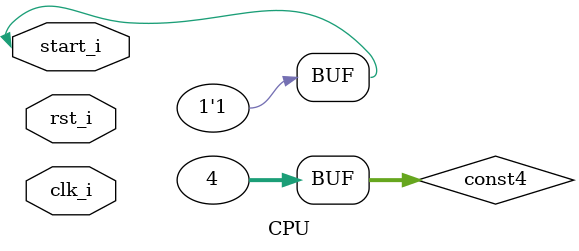
<source format=v>
`include "./Registers.v"
`include "./PC.v"
`include "./Instruction_Memory.v"

`include "./Adder.v"
`include "./Sign_Extend.v"
`include "./MUX32.v"
`include "./ALU_Control.v"
`include "./Control.v"
`include "./ALU.v"

/*
Notes:
outputs can be either reg or wire, but an input cannot be a reg.
i: input; o: output
-Sig: signal, eg. RegWriteSig, ALUSrcSig
*/


// top module
module CPU(clk_i, rst_i, start_i);

// top module: Ports
input               clk_i;
input               rst_i;
input              start_i;
wire [31:0] update_addr; //input of PC
wire [31:0] addr; // output of PC
// instantiate module with {module_name} {instance_name}
// and argument specify

assign start_i = 1;

PC PC(
    .clk_i      (clk_i),
    .rst_i      (rst_i),
    .start_i    (start_i), // turn to 1 forever
    .pc_i       (update_addr),
    // updated only when posedge OR reset
    .pc_o       (addr)
);

// save instruction
wire [31:0]        instr;
Instruction_Memory Instruction_Memory(
    .addr_i     (addr),
    .instr_o    (instr)
);

wire [1:0] ALUOp;
wire ALUSrcSig;
wire RegWriteSig;
// instr[6:0]= opcode; goes into control
Control Control(
    .Op_i       (instr[6:0]), //reg in
    .ALUOp_o    (ALUOp), //wire out
    .ALUSrc_o   (ALUSrcSig), // wire out
    .RegWrite_o (RegWriteSig) //wire out
);
// get the 2 values
wire [31:0] data1;
wire [31:0] data2;
wire [31:0] result;
Registers Registers(
    .clk_i      (clk_i),
    .RS1addr_i   (instr[19:15]),
    .RS2addr_i   (instr[24:20]),
    .RDaddr_i   (instr[11:7]),
    .RDdata_i   (result),      // will be written if RegWriteSig is on and data is available
    .RegWrite_i (RegWriteSig),
    .RS1data_o   (data1),
    .RS2data_o   (data2)
);

wire [31:0] ext_immed;
Sign_Extend Sign_Extend(
    .data_i     (instr[31:20]), //if its an immediate op then this value will be immediate field
    .data_o     (ext_immed)
);
// decide whether the op is immediate or not
// A, data1_i: regB
// B, data2_i: immed

wire [31:0] ALUval;
MUX32 MUX_ALUSrc(
    .data1_i    (data2),
    .data2_i    (ext_immed),
    .select_i   (ALUSrcSig),
    .data_o     (ALUval)
);

wire [2:0] ALUCtrlSig; // 3-bit
ALU_Control ALU_Control(
    .funct_i    ({instr[31:25], instr[14:12]}),
    .ALUOp_i    (ALUOp),
    .ALUCtrl_o  (ALUCtrlSig)
);

wire isZero; // not going anywhere though
ALU ALU(
    .data1_i    (data1),
    .data2_i    (ALUval),
    .ALUCtrl_i  (ALUCtrlSig),
    .data_o     (result),
    .Zero_o     (isZero)
);
// update PC value
wire [31:0] const4;
assign const4 = 32'b00000000000000000000000000000100;

Adder Add_PC(
    .data1_in   (addr),
    .data2_in   (const4),
    .data_o     (update_addr)  //update prev_addr; to be replaced in PC at clk posedge/reset negedge
);

endmodule


</source>
